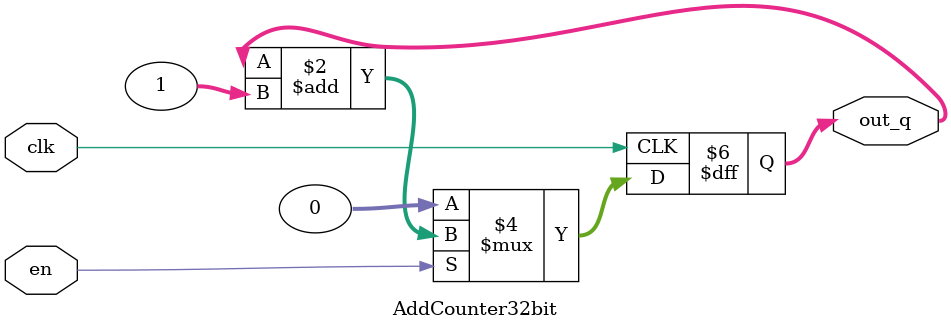
<source format=v>
module AddCounter32bit(clk, en, out_q);
    input clk;
    input en;
    output reg [31 : 0] out_q;

    always @(posedge clk) begin
        if (en) out_q <= out_q + 1;
        else out_q <= 0;
    end

endmodule

</source>
